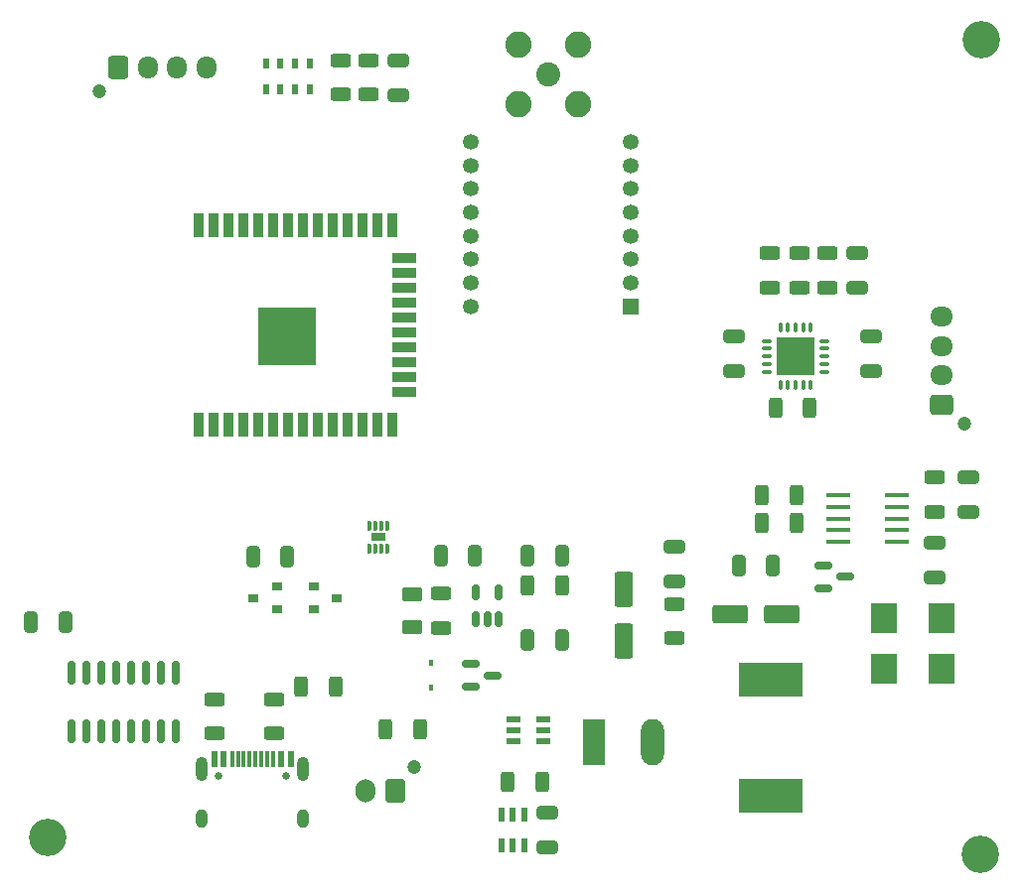
<source format=gbr>
%TF.GenerationSoftware,KiCad,Pcbnew,6.0.2+dfsg-1*%
%TF.CreationDate,2023-03-16T17:45:45+01:00*%
%TF.ProjectId,sensor,73656e73-6f72-42e6-9b69-6361645f7063,rev?*%
%TF.SameCoordinates,Original*%
%TF.FileFunction,Soldermask,Top*%
%TF.FilePolarity,Negative*%
%FSLAX46Y46*%
G04 Gerber Fmt 4.6, Leading zero omitted, Abs format (unit mm)*
G04 Created by KiCad (PCBNEW 6.0.2+dfsg-1) date 2023-03-16 17:45:45*
%MOMM*%
%LPD*%
G01*
G04 APERTURE LIST*
G04 Aperture macros list*
%AMRoundRect*
0 Rectangle with rounded corners*
0 $1 Rounding radius*
0 $2 $3 $4 $5 $6 $7 $8 $9 X,Y pos of 4 corners*
0 Add a 4 corners polygon primitive as box body*
4,1,4,$2,$3,$4,$5,$6,$7,$8,$9,$2,$3,0*
0 Add four circle primitives for the rounded corners*
1,1,$1+$1,$2,$3*
1,1,$1+$1,$4,$5*
1,1,$1+$1,$6,$7*
1,1,$1+$1,$8,$9*
0 Add four rect primitives between the rounded corners*
20,1,$1+$1,$2,$3,$4,$5,0*
20,1,$1+$1,$4,$5,$6,$7,0*
20,1,$1+$1,$6,$7,$8,$9,0*
20,1,$1+$1,$8,$9,$2,$3,0*%
G04 Aperture macros list end*
%ADD10C,3.200000*%
%ADD11RoundRect,0.008100X0.126900X-0.371900X0.126900X0.371900X-0.126900X0.371900X-0.126900X-0.371900X0*%
%ADD12R,1.200000X0.800000*%
%ADD13RoundRect,0.250000X0.650000X-0.325000X0.650000X0.325000X-0.650000X0.325000X-0.650000X-0.325000X0*%
%ADD14R,5.400000X2.900000*%
%ADD15O,1.980000X3.960000*%
%ADD16R,1.980000X3.960000*%
%ADD17RoundRect,0.250000X-0.325000X-0.650000X0.325000X-0.650000X0.325000X0.650000X-0.325000X0.650000X0*%
%ADD18RoundRect,0.150000X0.150000X-0.512500X0.150000X0.512500X-0.150000X0.512500X-0.150000X-0.512500X0*%
%ADD19C,1.200000*%
%ADD20RoundRect,0.250000X0.725000X-0.600000X0.725000X0.600000X-0.725000X0.600000X-0.725000X-0.600000X0*%
%ADD21O,1.950000X1.700000*%
%ADD22RoundRect,0.250000X-0.312500X-0.625000X0.312500X-0.625000X0.312500X0.625000X-0.312500X0.625000X0*%
%ADD23RoundRect,0.150000X0.150000X-0.825000X0.150000X0.825000X-0.150000X0.825000X-0.150000X-0.825000X0*%
%ADD24R,2.000000X0.450000*%
%ADD25RoundRect,0.250000X0.600000X0.750000X-0.600000X0.750000X-0.600000X-0.750000X0.600000X-0.750000X0*%
%ADD26O,1.700000X2.000000*%
%ADD27RoundRect,0.150000X-0.587500X-0.150000X0.587500X-0.150000X0.587500X0.150000X-0.587500X0.150000X0*%
%ADD28RoundRect,0.250000X0.325000X0.650000X-0.325000X0.650000X-0.325000X-0.650000X0.325000X-0.650000X0*%
%ADD29RoundRect,0.250000X-0.625000X0.312500X-0.625000X-0.312500X0.625000X-0.312500X0.625000X0.312500X0*%
%ADD30R,0.900000X0.800000*%
%ADD31RoundRect,0.250000X0.550000X-1.250000X0.550000X1.250000X-0.550000X1.250000X-0.550000X-1.250000X0*%
%ADD32RoundRect,0.250000X-1.250000X-0.550000X1.250000X-0.550000X1.250000X0.550000X-1.250000X0.550000X0*%
%ADD33RoundRect,0.250000X0.312500X0.625000X-0.312500X0.625000X-0.312500X-0.625000X0.312500X-0.625000X0*%
%ADD34RoundRect,0.250000X-0.650000X0.325000X-0.650000X-0.325000X0.650000X-0.325000X0.650000X0.325000X0*%
%ADD35R,2.300000X2.500000*%
%ADD36R,0.900000X2.000000*%
%ADD37R,2.000000X0.900000*%
%ADD38R,5.000000X5.000000*%
%ADD39RoundRect,0.250000X0.625000X-0.312500X0.625000X0.312500X-0.625000X0.312500X-0.625000X-0.312500X0*%
%ADD40RoundRect,0.075000X0.075000X-0.337500X0.075000X0.337500X-0.075000X0.337500X-0.075000X-0.337500X0*%
%ADD41RoundRect,0.075000X0.337500X-0.075000X0.337500X0.075000X-0.337500X0.075000X-0.337500X-0.075000X0*%
%ADD42R,3.250000X3.250000*%
%ADD43R,0.550000X0.950000*%
%ADD44C,0.650000*%
%ADD45R,0.600000X1.450000*%
%ADD46R,0.300000X1.450000*%
%ADD47O,1.000000X2.100000*%
%ADD48O,1.000000X1.600000*%
%ADD49RoundRect,0.250000X-0.600000X-0.725000X0.600000X-0.725000X0.600000X0.725000X-0.600000X0.725000X0*%
%ADD50O,1.700000X1.950000*%
%ADD51R,1.350000X1.350000*%
%ADD52C,1.350000*%
%ADD53R,0.550000X1.200000*%
%ADD54R,0.450000X0.600000*%
%ADD55C,2.050000*%
%ADD56C,2.250000*%
%ADD57RoundRect,0.088500X0.516500X0.206500X-0.516500X0.206500X-0.516500X-0.206500X0.516500X-0.206500X0*%
%ADD58RoundRect,0.250000X-0.625000X0.375000X-0.625000X-0.375000X0.625000X-0.375000X0.625000X0.375000X0*%
G04 APERTURE END LIST*
D10*
%TO.C,*%
X175100000Y-18000000D03*
%TD*%
%TO.C,*%
X175050000Y-87450000D03*
%TD*%
%TO.C,REF\u002A\u002A*%
X95550000Y-86050000D03*
%TD*%
D11*
%TO.C,U6*%
X122950000Y-61385000D03*
X123450000Y-61385000D03*
X123950000Y-61385000D03*
X124450000Y-61385000D03*
X124450000Y-59415000D03*
X123950000Y-59415000D03*
X123450000Y-59415000D03*
X122950000Y-59415000D03*
D12*
X123700000Y-60400000D03*
%TD*%
D13*
%TO.C,C10*%
X149000000Y-64175000D03*
X149000000Y-61225000D03*
%TD*%
D14*
%TO.C,L1*%
X157200000Y-82450000D03*
X157200000Y-72550000D03*
%TD*%
D15*
%TO.C,J2*%
X147135000Y-77900000D03*
D16*
X142135000Y-77900000D03*
%TD*%
D17*
%TO.C,C2*%
X136425000Y-62000000D03*
X139375000Y-62000000D03*
%TD*%
D18*
%TO.C,U1*%
X132050000Y-67437500D03*
X133000000Y-67437500D03*
X133950000Y-67437500D03*
X133950000Y-65162500D03*
X132050000Y-65162500D03*
%TD*%
D19*
%TO.C,J5*%
X173700000Y-50700000D03*
D20*
X171700000Y-49100000D03*
D21*
X171700000Y-46600000D03*
X171700000Y-44100000D03*
X171700000Y-41600000D03*
%TD*%
D13*
%TO.C,C14*%
X154000000Y-46275000D03*
X154000000Y-43325000D03*
%TD*%
D22*
%TO.C,R6*%
X156437500Y-56800000D03*
X159362500Y-56800000D03*
%TD*%
D23*
%TO.C,U2*%
X97555000Y-76975000D03*
X98825000Y-76975000D03*
X100095000Y-76975000D03*
X101365000Y-76975000D03*
X102635000Y-76975000D03*
X103905000Y-76975000D03*
X105175000Y-76975000D03*
X106445000Y-76975000D03*
X106445000Y-72025000D03*
X105175000Y-72025000D03*
X103905000Y-72025000D03*
X102635000Y-72025000D03*
X101365000Y-72025000D03*
X100095000Y-72025000D03*
X98825000Y-72025000D03*
X97555000Y-72025000D03*
%TD*%
D24*
%TO.C,IC1*%
X167900000Y-60827000D03*
X167900000Y-59827000D03*
X167900000Y-58827000D03*
X167900000Y-57827000D03*
X167900000Y-56827000D03*
X162900000Y-56827000D03*
X162900000Y-57827000D03*
X162900000Y-58827000D03*
X162900000Y-59827000D03*
X162900000Y-60827000D03*
%TD*%
D19*
%TO.C,J3*%
X126750000Y-80025000D03*
D25*
X125150000Y-82025000D03*
D26*
X122650000Y-82025000D03*
%TD*%
D27*
%TO.C,Q1*%
X131562500Y-71250000D03*
X131562500Y-73150000D03*
X133437500Y-72200000D03*
%TD*%
D22*
%TO.C,R17*%
X157575000Y-49400000D03*
X160500000Y-49400000D03*
%TD*%
D28*
%TO.C,C1*%
X139350000Y-69200000D03*
X136400000Y-69200000D03*
%TD*%
D29*
%TO.C,R4*%
X114800000Y-74237500D03*
X114800000Y-77162500D03*
%TD*%
D30*
%TO.C,Q5*%
X118200000Y-64650000D03*
X118200000Y-66550000D03*
X120200000Y-65600000D03*
%TD*%
D31*
%TO.C,C9*%
X144600000Y-69300000D03*
X144600000Y-64900000D03*
%TD*%
D32*
%TO.C,C4*%
X153700000Y-67000000D03*
X158100000Y-67000000D03*
%TD*%
D29*
%TO.C,R3*%
X129100000Y-65237500D03*
X129100000Y-68162500D03*
%TD*%
D33*
%TO.C,R2*%
X139362500Y-64500000D03*
X136437500Y-64500000D03*
%TD*%
D28*
%TO.C,C11*%
X97075000Y-67700000D03*
X94125000Y-67700000D03*
%TD*%
D34*
%TO.C,C7*%
X174000000Y-55325000D03*
X174000000Y-58275000D03*
%TD*%
D17*
%TO.C,C12*%
X113025000Y-62100000D03*
X115975000Y-62100000D03*
%TD*%
D29*
%TO.C,R16*%
X161960000Y-36200000D03*
X161960000Y-39125000D03*
%TD*%
D35*
%TO.C,D6*%
X171700000Y-67350000D03*
X171700000Y-71650000D03*
%TD*%
D36*
%TO.C,U5*%
X108445000Y-50800000D03*
X109715000Y-50800000D03*
X110985000Y-50800000D03*
X112255000Y-50800000D03*
X113525000Y-50800000D03*
X114795000Y-50800000D03*
X116065000Y-50800000D03*
X117335000Y-50800000D03*
X118605000Y-50800000D03*
X119875000Y-50800000D03*
X121145000Y-50800000D03*
X122415000Y-50800000D03*
X123685000Y-50800000D03*
X124955000Y-50800000D03*
D37*
X125955000Y-48015000D03*
X125955000Y-46745000D03*
X125955000Y-45475000D03*
X125955000Y-44205000D03*
X125955000Y-42935000D03*
X125955000Y-41665000D03*
X125955000Y-40395000D03*
X125955000Y-39125000D03*
X125955000Y-37855000D03*
X125955000Y-36585000D03*
D36*
X124955000Y-33800000D03*
X123685000Y-33800000D03*
X122415000Y-33800000D03*
X121145000Y-33800000D03*
X119875000Y-33800000D03*
X118605000Y-33800000D03*
X117335000Y-33800000D03*
X116065000Y-33800000D03*
X114795000Y-33800000D03*
X113525000Y-33800000D03*
X112255000Y-33800000D03*
X110985000Y-33800000D03*
X109715000Y-33800000D03*
X108445000Y-33800000D03*
D38*
X115945000Y-43300000D03*
%TD*%
D39*
%TO.C,R13*%
X120500000Y-22662500D03*
X120500000Y-19737500D03*
%TD*%
D28*
%TO.C,C3*%
X131975000Y-62000000D03*
X129025000Y-62000000D03*
%TD*%
D39*
%TO.C,R9*%
X149000000Y-69062500D03*
X149000000Y-66137500D03*
%TD*%
D30*
%TO.C,Q4*%
X115100000Y-66550000D03*
X115100000Y-64650000D03*
X113100000Y-65600000D03*
%TD*%
D33*
%TO.C,R10*%
X137662500Y-81300000D03*
X134737500Y-81300000D03*
%TD*%
D40*
%TO.C,U7*%
X157990000Y-47427500D03*
X158640000Y-47427500D03*
X159290000Y-47427500D03*
X159940000Y-47427500D03*
X160590000Y-47427500D03*
D41*
X161727500Y-46290000D03*
X161727500Y-45640000D03*
X161727500Y-44990000D03*
X161727500Y-44340000D03*
X161727500Y-43690000D03*
D40*
X160590000Y-42552500D03*
X159940000Y-42552500D03*
X159290000Y-42552500D03*
X158640000Y-42552500D03*
X157990000Y-42552500D03*
D41*
X156852500Y-43690000D03*
X156852500Y-44340000D03*
X156852500Y-44990000D03*
X156852500Y-45640000D03*
X156852500Y-46290000D03*
D42*
X159290000Y-44990000D03*
%TD*%
D43*
%TO.C,U3*%
X117875000Y-20025000D03*
X116625000Y-20025000D03*
X115375000Y-20025000D03*
X114125000Y-20025000D03*
X114125000Y-22175000D03*
X115375000Y-22175000D03*
X116625000Y-22175000D03*
X117875000Y-22175000D03*
%TD*%
D39*
%TO.C,R5*%
X171100000Y-58262500D03*
X171100000Y-55337500D03*
%TD*%
D27*
%TO.C,Q2*%
X161662500Y-62850000D03*
X161662500Y-64750000D03*
X163537500Y-63800000D03*
%TD*%
D44*
%TO.C,P1*%
X115890000Y-80760000D03*
X110110000Y-80760000D03*
D45*
X109750000Y-79315000D03*
X110550000Y-79315000D03*
D46*
X111750000Y-79315000D03*
X112750000Y-79315000D03*
X113250000Y-79315000D03*
X114250000Y-79315000D03*
D45*
X115450000Y-79315000D03*
X116250000Y-79315000D03*
X116250000Y-79315000D03*
X115450000Y-79315000D03*
D46*
X114750000Y-79315000D03*
X113750000Y-79315000D03*
X112250000Y-79315000D03*
X111250000Y-79315000D03*
D45*
X110550000Y-79315000D03*
X109750000Y-79315000D03*
D47*
X117320000Y-80230000D03*
X108680000Y-80230000D03*
D48*
X108680000Y-84410000D03*
X117320000Y-84410000D03*
%TD*%
D33*
%TO.C,R7*%
X159362500Y-59200000D03*
X156437500Y-59200000D03*
%TD*%
D19*
%TO.C,J1*%
X99950000Y-22375000D03*
D49*
X101550000Y-20375000D03*
D50*
X104050000Y-20375000D03*
X106550000Y-20375000D03*
X109050000Y-20375000D03*
%TD*%
D51*
%TO.C,U4*%
X145207500Y-40707500D03*
D52*
X145207500Y-38707500D03*
X145207500Y-36707500D03*
X145207500Y-34707500D03*
X145207500Y-32707500D03*
X145207500Y-30707500D03*
X145207500Y-28707500D03*
X145207500Y-26707500D03*
X131607500Y-26707500D03*
X131607500Y-28707500D03*
X131607500Y-30707500D03*
X131607500Y-32707500D03*
X131607500Y-34707500D03*
X131607500Y-36707500D03*
X131607500Y-38707500D03*
X131607500Y-40707500D03*
%TD*%
D33*
%TO.C,R8*%
X127282500Y-76800000D03*
X124357500Y-76800000D03*
%TD*%
D34*
%TO.C,C13*%
X125400000Y-19725000D03*
X125400000Y-22675000D03*
%TD*%
D53*
%TO.C,IC2*%
X136150000Y-84100000D03*
X135200000Y-84100000D03*
X134250000Y-84100000D03*
X134250000Y-86700000D03*
X135200000Y-86700000D03*
X136150000Y-86700000D03*
%TD*%
D22*
%TO.C,R1*%
X117137500Y-73200000D03*
X120062500Y-73200000D03*
%TD*%
D13*
%TO.C,C6*%
X171100000Y-63875000D03*
X171100000Y-60925000D03*
%TD*%
D17*
%TO.C,C5*%
X154425000Y-62800000D03*
X157375000Y-62800000D03*
%TD*%
D54*
%TO.C,D1*%
X128200000Y-73250000D03*
X128200000Y-71150000D03*
%TD*%
D29*
%TO.C,R11*%
X109800000Y-74237500D03*
X109800000Y-77162500D03*
%TD*%
D55*
%TO.C,J4*%
X138200000Y-20900000D03*
D56*
X135660000Y-18360000D03*
X135660000Y-23440000D03*
X140740000Y-18360000D03*
X140740000Y-23440000D03*
%TD*%
D29*
%TO.C,R14*%
X157100000Y-36200000D03*
X157100000Y-39125000D03*
%TD*%
D34*
%TO.C,C8*%
X138100000Y-83925000D03*
X138100000Y-86875000D03*
%TD*%
D57*
%TO.C,Q3*%
X137755000Y-77850000D03*
X137755000Y-76900000D03*
X137755000Y-75950000D03*
X135245000Y-75950000D03*
X135245000Y-76900000D03*
X135245000Y-77850000D03*
%TD*%
D13*
%TO.C,C16*%
X165700000Y-46275000D03*
X165700000Y-43325000D03*
%TD*%
D35*
%TO.C,D5*%
X166800000Y-71650000D03*
X166800000Y-67350000D03*
%TD*%
D34*
%TO.C,C15*%
X164500000Y-36187500D03*
X164500000Y-39137500D03*
%TD*%
D58*
%TO.C,D2*%
X126600000Y-65320000D03*
X126600000Y-68120000D03*
%TD*%
D29*
%TO.C,R15*%
X159600000Y-36200000D03*
X159600000Y-39125000D03*
%TD*%
D39*
%TO.C,R12*%
X122900000Y-22662500D03*
X122900000Y-19737500D03*
%TD*%
M02*

</source>
